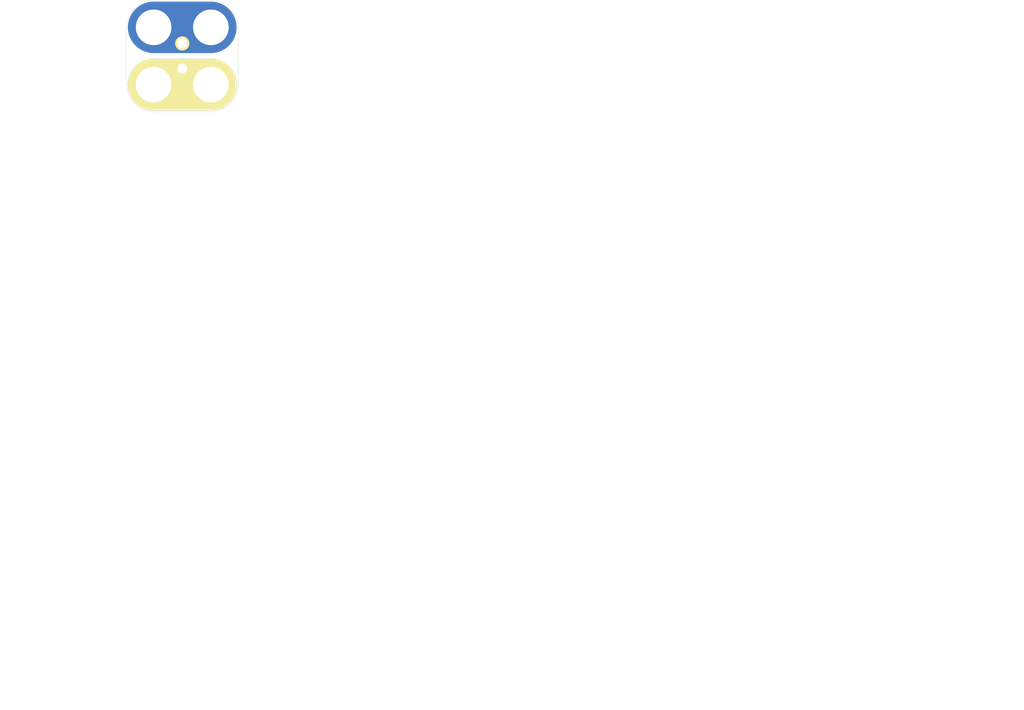
<source format=kicad_pcb>
(kicad_pcb (version 4) (host pcbnew 4.0.7-e2-6376~58~ubuntu16.04.1)

  (general
    (links 4)
    (no_connects 4)
    (area 0.5334 21.301279 143.378159 120.8024)
    (thickness 1.6)
    (drawings 1)
    (tracks 0)
    (zones 0)
    (modules 1)
    (nets 3)
  )

  (page USLetter)
  (title_block
    (title "2x2 Screw Terminal, 3.5mm Pitch")
    (date "17 Jan 2017")
    (rev "v1.2")
    (company "All rights reserved.")
    (comment 1 "help@browndoggadgets.com")
    (comment 2 "http://browndoggadgets.com/")
    (comment 3 "Brown Dog Gadgets")
  )

  (layers
    (0 F.Cu signal)
    (31 B.Cu signal)
    (34 B.Paste user)
    (35 F.Paste user)
    (36 B.SilkS user)
    (37 F.SilkS user)
    (38 B.Mask user)
    (39 F.Mask user)
    (40 Dwgs.User user)
    (44 Edge.Cuts user)
    (46 B.CrtYd user)
    (47 F.CrtYd user)
    (48 B.Fab user)
    (49 F.Fab user)
  )

  (setup
    (last_trace_width 0.254)
    (user_trace_width 0.1524)
    (user_trace_width 0.254)
    (user_trace_width 0.3302)
    (user_trace_width 0.508)
    (user_trace_width 0.762)
    (user_trace_width 1.27)
    (trace_clearance 0.254)
    (zone_clearance 0.508)
    (zone_45_only no)
    (trace_min 0.1524)
    (segment_width 0.1524)
    (edge_width 0.1524)
    (via_size 0.6858)
    (via_drill 0.3302)
    (via_min_size 0.6858)
    (via_min_drill 0.3302)
    (user_via 0.6858 0.3302)
    (user_via 0.762 0.4064)
    (user_via 0.8636 0.508)
    (uvia_size 0.6858)
    (uvia_drill 0.3302)
    (uvias_allowed no)
    (uvia_min_size 0)
    (uvia_min_drill 0)
    (pcb_text_width 0.1524)
    (pcb_text_size 1.016 1.016)
    (mod_edge_width 0.1524)
    (mod_text_size 1.016 1.016)
    (mod_text_width 0.1524)
    (pad_size 1.524 1.524)
    (pad_drill 0.762)
    (pad_to_mask_clearance 0.0762)
    (solder_mask_min_width 0.1016)
    (pad_to_paste_clearance -0.0762)
    (aux_axis_origin 0 0)
    (visible_elements FFFEDF7D)
    (pcbplotparams
      (layerselection 0x310fc_80000001)
      (usegerberextensions true)
      (excludeedgelayer true)
      (linewidth 0.100000)
      (plotframeref false)
      (viasonmask false)
      (mode 1)
      (useauxorigin false)
      (hpglpennumber 1)
      (hpglpenspeed 20)
      (hpglpendiameter 15)
      (hpglpenoverlay 2)
      (psnegative false)
      (psa4output false)
      (plotreference true)
      (plotvalue true)
      (plotinvisibletext false)
      (padsonsilk false)
      (subtractmaskfromsilk false)
      (outputformat 1)
      (mirror false)
      (drillshape 0)
      (scaleselection 1)
      (outputdirectory gerbers))
  )

  (net 0 "")
  (net 1 "Net-(J1-Pad1)")
  (net 2 "Net-(J1-Pad2)")

  (net_class Default "This is the default net class."
    (clearance 0.254)
    (trace_width 0.254)
    (via_dia 0.6858)
    (via_drill 0.3302)
    (uvia_dia 0.6858)
    (uvia_drill 0.3302)
    (add_net "Net-(J1-Pad1)")
    (add_net "Net-(J1-Pad2)")
  )

  (module Crazy_Circuits:SCREW-TERMINAL-3.5MM-TH-2x2 (layer F.Cu) (tedit 59B170E3) (tstamp 5880831C)
    (at 21.9974 33.3756)
    (descr "2.54mm pitch through hole centered 2x2")
    (path /587EB9D9)
    (fp_text reference J1 (at 4 -3.9) (layer F.Fab) hide
      (effects (font (size 1 1) (thickness 0.15)))
    )
    (fp_text value Conn_2 (at 4 6) (layer F.Fab) hide
      (effects (font (size 1 1) (thickness 0.15)))
    )
    (fp_arc (start 0.017777 -0.016292) (end 2.9718 0.127) (angle 266.8423203) (layer B.Mask) (width 1))
    (fp_text user SCREW (at 4 -4) (layer F.Fab)
      (effects (font (size 1 1) (thickness 0.15)))
    )
    (fp_text user 3.5mm (at 4 -6) (layer F.Fab)
      (effects (font (size 1 1) (thickness 0.15)))
    )
    (fp_line (start 0 0) (end 0 -8) (layer F.Fab) (width 0.1))
    (fp_line (start 8 0) (end 0 0) (layer F.Fab) (width 0.1))
    (fp_line (start 8 -8) (end 8 0) (layer F.Fab) (width 0.1))
    (fp_line (start 0 -8) (end 8 -8) (layer F.Fab) (width 0.1))
    (fp_line (start 8 -8) (end 0 -8) (layer B.Cu) (width 7.2))
    (fp_line (start 8 0) (end 0 0) (layer B.Cu) (width 7.2))
    (fp_line (start 7.9248 -9.5504) (end -0.0752 -9.5504) (layer B.Mask) (width 4))
    (fp_line (start 7.9 -11.8) (end 0.1 -11.8) (layer Edge.Cuts) (width 0.04064))
    (fp_line (start 7.9 3.8) (end 0.1 3.8) (layer Edge.Cuts) (width 0.04064))
    (fp_line (start 11.8 -0.1) (end 11.8 -7.9) (layer Edge.Cuts) (width 0.04064))
    (fp_line (start -3.8 -0.1) (end -3.8 -7.9) (layer Edge.Cuts) (width 0.04064))
    (fp_arc (start 7.9 -7.9) (end 7.9 -11.8) (angle 90) (layer Edge.Cuts) (width 0.04064))
    (fp_arc (start 7.9 -0.1) (end 11.8 -0.1) (angle 90) (layer Edge.Cuts) (width 0.04064))
    (fp_arc (start 0.1 -0.1) (end 0.1 3.8) (angle 90) (layer Edge.Cuts) (width 0.04064))
    (fp_arc (start 0.1 -7.9) (end -3.8 -7.9) (angle 90) (layer Edge.Cuts) (width 0.04064))
    (fp_line (start 7.9 -11.8) (end 0.1 -11.8) (layer F.Fab) (width 0.04064))
    (fp_line (start 7.9 3.8) (end 0.1 3.8) (layer F.Fab) (width 0.04064))
    (fp_line (start 11.8 -0.1) (end 11.8 -7.9) (layer F.Fab) (width 0.04064))
    (fp_line (start -3.8 -0.1) (end -3.8 -7.9) (layer F.Fab) (width 0.04064))
    (fp_arc (start 7.9 -7.9) (end 7.9 -11.8) (angle 90) (layer F.Fab) (width 0.04064))
    (fp_arc (start 7.9 -0.1) (end 11.8 -0.1) (angle 90) (layer F.Fab) (width 0.04064))
    (fp_arc (start 0.1 -0.1) (end 0.1 3.8) (angle 90) (layer F.Fab) (width 0.04064))
    (fp_arc (start 0.1 -7.9) (end -3.8 -7.9) (angle 90) (layer F.Fab) (width 0.04064))
    (fp_line (start 0 0) (end 8 0) (layer F.SilkS) (width 7.2))
    (fp_text user TERMINAL (at 4 -2) (layer F.Fab)
      (effects (font (size 1 1) (thickness 0.15)))
    )
    (fp_arc (start 7.933908 -0.017777) (end 7.9756 -2.9972) (angle 264.6497969) (layer B.Mask) (width 1))
    (fp_arc (start 7.983223 -8.035508) (end 5.0292 -8.0772) (angle 268.8108324) (layer B.Mask) (width 1))
    (fp_arc (start 0.067092 -8.034023) (end 0.0762 -5.08) (angle 269.7960939) (layer B.Mask) (width 1))
    (fp_line (start 8.0518 1.5494) (end 0.0518 1.5494) (layer B.Mask) (width 3.8))
    (pad 1 thru_hole circle (at 4 -5.75) (size 2 2) (drill 1.4) (layers *.Cu *.Mask F.SilkS)
      (net 1 "Net-(J1-Pad1)"))
    (pad 2 thru_hole circle (at 4 -2.25 270) (size 1.9 1.9) (drill 1.4) (layers *.Cu *.Mask F.SilkS)
      (net 2 "Net-(J1-Pad2)"))
    (pad 2 thru_hole circle (at 0 0) (size 6 6) (drill 4.98) (layers *.Cu F.Mask)
      (net 2 "Net-(J1-Pad2)"))
    (pad 1 thru_hole circle (at 0 -8) (size 6 6) (drill 4.98) (layers *.Cu F.Mask)
      (net 1 "Net-(J1-Pad1)"))
    (pad 1 thru_hole circle (at 8 -8) (size 6 6) (drill 4.98) (layers *.Cu F.Mask)
      (net 1 "Net-(J1-Pad1)"))
    (pad 2 thru_hole circle (at 8 0) (size 6 6) (drill 4.98) (layers *.Cu F.Mask)
      (net 2 "Net-(J1-Pad2)"))
  )

  (gr_text "FABRICATION NOTES\n\n1. THIS IS A 2 LAYER BOARD. \n2. EXTERNAL LAYERS SHALL HAVE 1 OZ COPPER.\n3. MATERIAL: FR4 AND 0.062 INCH +/- 10% THICK.\n4. BOARDS SHALL BE ROHS COMPLIANT. \n5. MANUFACTURE IN ACCORDANCE WITH IPC-6012 CLASS 2\n6. MASK: BOTH SIDES OF THE BOARD SHALL HAVE \n   SOLDER MASK (PURPLE) OVER BARE COPPER. \n7. SILK: BOTH SIDES OF THE BOARD SHALL HAVE WHITE SILK. \n   DO NOT PLACE SILK OVER BARE COPPER.\n8. FINISH: ENIG.\n9. MINIMUM TRACE WIDTH - 0.006 INCH.\n   MINIMUM SPACE - 0.006 INCH.\n   MINIMUM HOLE DIA - 0.013 INCH. \n10. MAX HOLE PLACEMENT TOLERANCE OF +/- 0.003 INCH.\n11. MAX HOLE DIAMETER TOLERANCE OF +/- 0.003 INCH AFTER PLATING." (at 0.5334 86.1314) (layer Dwgs.User)
    (effects (font (size 2.54 2.54) (thickness 0.254)) (justify left))
  )

)

</source>
